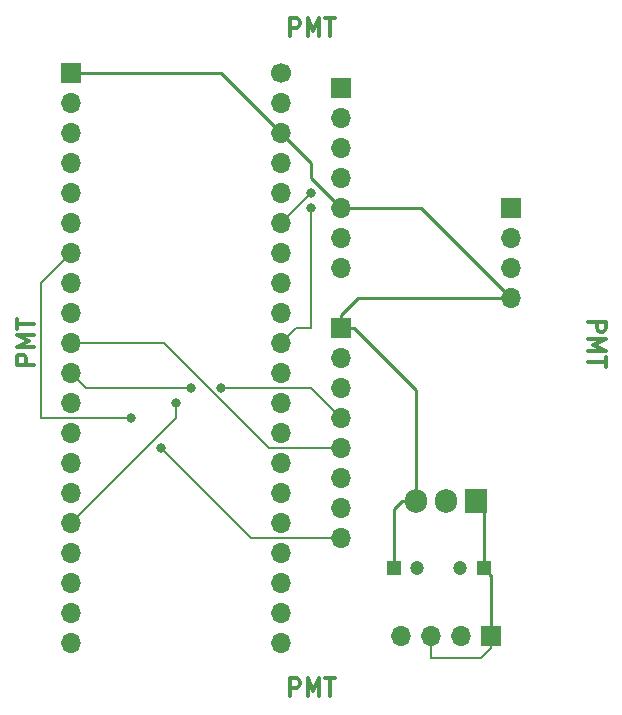
<source format=gtl>
G04 #@! TF.GenerationSoftware,KiCad,Pcbnew,(5.1.5)-3*
G04 #@! TF.CreationDate,2020-03-02T23:39:02-06:00*
G04 #@! TF.ProjectId,PMT_PCB,504d545f-5043-4422-9e6b-696361645f70,rev?*
G04 #@! TF.SameCoordinates,Original*
G04 #@! TF.FileFunction,Copper,L1,Top*
G04 #@! TF.FilePolarity,Positive*
%FSLAX46Y46*%
G04 Gerber Fmt 4.6, Leading zero omitted, Abs format (unit mm)*
G04 Created by KiCad (PCBNEW (5.1.5)-3) date 2020-03-02 23:39:02*
%MOMM*%
%LPD*%
G04 APERTURE LIST*
%ADD10C,0.300000*%
%ADD11O,1.905000X2.000000*%
%ADD12R,1.905000X2.000000*%
%ADD13O,1.700000X1.700000*%
%ADD14R,1.700000X1.700000*%
%ADD15C,1.700000*%
%ADD16C,1.200000*%
%ADD17R,1.200000X1.200000*%
%ADD18C,0.800000*%
%ADD19C,0.250000*%
%ADD20C,0.200000*%
G04 APERTURE END LIST*
D10*
X164421428Y-81998571D02*
X165921428Y-81998571D01*
X165921428Y-82570000D01*
X165850000Y-82712857D01*
X165778571Y-82784285D01*
X165635714Y-82855714D01*
X165421428Y-82855714D01*
X165278571Y-82784285D01*
X165207142Y-82712857D01*
X165135714Y-82570000D01*
X165135714Y-81998571D01*
X164421428Y-83498571D02*
X165921428Y-83498571D01*
X164850000Y-83998571D01*
X165921428Y-84498571D01*
X164421428Y-84498571D01*
X165921428Y-84998571D02*
X165921428Y-85855714D01*
X164421428Y-85427142D02*
X165921428Y-85427142D01*
X117518571Y-85641428D02*
X116018571Y-85641428D01*
X116018571Y-85070000D01*
X116090000Y-84927142D01*
X116161428Y-84855714D01*
X116304285Y-84784285D01*
X116518571Y-84784285D01*
X116661428Y-84855714D01*
X116732857Y-84927142D01*
X116804285Y-85070000D01*
X116804285Y-85641428D01*
X117518571Y-84141428D02*
X116018571Y-84141428D01*
X117090000Y-83641428D01*
X116018571Y-83141428D01*
X117518571Y-83141428D01*
X116018571Y-82641428D02*
X116018571Y-81784285D01*
X117518571Y-82212857D02*
X116018571Y-82212857D01*
X139148571Y-113708571D02*
X139148571Y-112208571D01*
X139720000Y-112208571D01*
X139862857Y-112280000D01*
X139934285Y-112351428D01*
X140005714Y-112494285D01*
X140005714Y-112708571D01*
X139934285Y-112851428D01*
X139862857Y-112922857D01*
X139720000Y-112994285D01*
X139148571Y-112994285D01*
X140648571Y-113708571D02*
X140648571Y-112208571D01*
X141148571Y-113280000D01*
X141648571Y-112208571D01*
X141648571Y-113708571D01*
X142148571Y-112208571D02*
X143005714Y-112208571D01*
X142577142Y-113708571D02*
X142577142Y-112208571D01*
X139148571Y-57828571D02*
X139148571Y-56328571D01*
X139720000Y-56328571D01*
X139862857Y-56400000D01*
X139934285Y-56471428D01*
X140005714Y-56614285D01*
X140005714Y-56828571D01*
X139934285Y-56971428D01*
X139862857Y-57042857D01*
X139720000Y-57114285D01*
X139148571Y-57114285D01*
X140648571Y-57828571D02*
X140648571Y-56328571D01*
X141148571Y-57400000D01*
X141648571Y-56328571D01*
X141648571Y-57828571D01*
X142148571Y-56328571D02*
X143005714Y-56328571D01*
X142577142Y-57828571D02*
X142577142Y-56328571D01*
D11*
X149860000Y-97155000D03*
X152400000Y-97155000D03*
D12*
X154940000Y-97155000D03*
D13*
X157861000Y-80010000D03*
X157861000Y-77470000D03*
X157861000Y-74930000D03*
D14*
X157861000Y-72390000D03*
D13*
X143510000Y-100330000D03*
X143510000Y-97790000D03*
X143510000Y-95250000D03*
X143510000Y-92710000D03*
X143510000Y-90170000D03*
X143510000Y-87630000D03*
X143510000Y-85090000D03*
D14*
X143510000Y-82550000D03*
D13*
X148590000Y-108585000D03*
X151130000Y-108585000D03*
X153670000Y-108585000D03*
D14*
X156210000Y-108585000D03*
X143510000Y-62230000D03*
D13*
X143510000Y-64770000D03*
X143510000Y-67310000D03*
X143510000Y-69850000D03*
X143510000Y-72390000D03*
X143510000Y-74930000D03*
X143510000Y-77470000D03*
D15*
X138430000Y-60960000D03*
D13*
X138430000Y-83820000D03*
X138430000Y-86360000D03*
X138430000Y-88900000D03*
X138430000Y-71120000D03*
X138430000Y-63500000D03*
X138430000Y-78740000D03*
X138430000Y-81280000D03*
X138430000Y-96520000D03*
X138430000Y-106680000D03*
X138430000Y-68580000D03*
X138430000Y-66040000D03*
X138430000Y-99060000D03*
X138430000Y-109220000D03*
X138430000Y-104140000D03*
X138430000Y-91440000D03*
X138430000Y-73660000D03*
X138430000Y-93980000D03*
X138430000Y-76200000D03*
X138430000Y-101600000D03*
D14*
X120650000Y-60960000D03*
D13*
X120650000Y-83820000D03*
X120650000Y-86360000D03*
X120650000Y-88900000D03*
X120650000Y-71120000D03*
X120650000Y-63500000D03*
X120650000Y-78740000D03*
X120650000Y-81280000D03*
X120650000Y-96520000D03*
X120650000Y-106680000D03*
X120650000Y-68580000D03*
X120650000Y-66040000D03*
X120650000Y-99060000D03*
X120650000Y-109220000D03*
X120650000Y-104140000D03*
X120650000Y-91440000D03*
X120650000Y-73660000D03*
X120650000Y-93980000D03*
X120650000Y-76200000D03*
X120650000Y-101600000D03*
D16*
X149955000Y-102870000D03*
D17*
X147955000Y-102870000D03*
X155575000Y-102870000D03*
D16*
X153575000Y-102870000D03*
D18*
X128270000Y-92710000D03*
X125730000Y-90170000D03*
X133350000Y-87630000D03*
X130810000Y-87630000D03*
X140970000Y-72390000D03*
X140970000Y-71120000D03*
X129540000Y-88900000D03*
D19*
X155575000Y-107950000D02*
X156210000Y-108585000D01*
D20*
X151130000Y-108585000D02*
X151130000Y-110490000D01*
X156210000Y-109635000D02*
X156210000Y-108585000D01*
X155355000Y-110490000D02*
X156210000Y-109635000D01*
X151130000Y-110490000D02*
X155355000Y-110490000D01*
D19*
X155575000Y-97790000D02*
X154940000Y-97155000D01*
X155575000Y-102870000D02*
X155575000Y-97790000D01*
X156210000Y-103505000D02*
X155575000Y-102870000D01*
X156210000Y-108585000D02*
X156210000Y-103505000D01*
X133350000Y-60960000D02*
X138430000Y-66040000D01*
X120650000Y-60960000D02*
X133350000Y-60960000D01*
X138430000Y-66040000D02*
X140970000Y-68580000D01*
X140970000Y-69850000D02*
X143510000Y-72390000D01*
X140970000Y-68580000D02*
X140970000Y-69850000D01*
X143510000Y-81450000D02*
X143510000Y-82550000D01*
X144950000Y-80010000D02*
X143510000Y-81450000D01*
X157861000Y-80010000D02*
X144950000Y-80010000D01*
X150241000Y-72390000D02*
X157861000Y-80010000D01*
X143510000Y-72390000D02*
X150241000Y-72390000D01*
X144610000Y-82550000D02*
X143510000Y-82550000D01*
X149860000Y-87800000D02*
X144610000Y-82550000D01*
X149860000Y-97155000D02*
X149860000Y-87800000D01*
X147955000Y-97857500D02*
X147955000Y-102020000D01*
X147955000Y-102020000D02*
X147955000Y-102870000D01*
X148657500Y-97155000D02*
X147955000Y-97857500D01*
X149860000Y-97155000D02*
X148657500Y-97155000D01*
D20*
X143510000Y-100330000D02*
X135890000Y-100330000D01*
X135890000Y-100330000D02*
X128270000Y-92710000D01*
X125730000Y-90170000D02*
X118110000Y-90170000D01*
X118110000Y-78740000D02*
X120650000Y-76200000D01*
X118110000Y-90170000D02*
X118110000Y-78740000D01*
X121852081Y-83820000D02*
X120650000Y-83820000D01*
X128503998Y-83820000D02*
X121852081Y-83820000D01*
X137393998Y-92710000D02*
X128503998Y-83820000D01*
X143510000Y-92710000D02*
X137393998Y-92710000D01*
X143510000Y-90170000D02*
X140970000Y-87630000D01*
X140970000Y-87630000D02*
X133350000Y-87630000D01*
X121920000Y-87630000D02*
X120650000Y-86360000D01*
X130810000Y-87630000D02*
X121920000Y-87630000D01*
X140970000Y-72390000D02*
X140970000Y-82550000D01*
X139700000Y-82550000D02*
X138430000Y-83820000D01*
X140970000Y-82550000D02*
X139700000Y-82550000D01*
X138430000Y-73660000D02*
X140970000Y-71120000D01*
X120650000Y-99060000D02*
X129540000Y-90170000D01*
X129540000Y-90170000D02*
X129540000Y-88900000D01*
M02*

</source>
